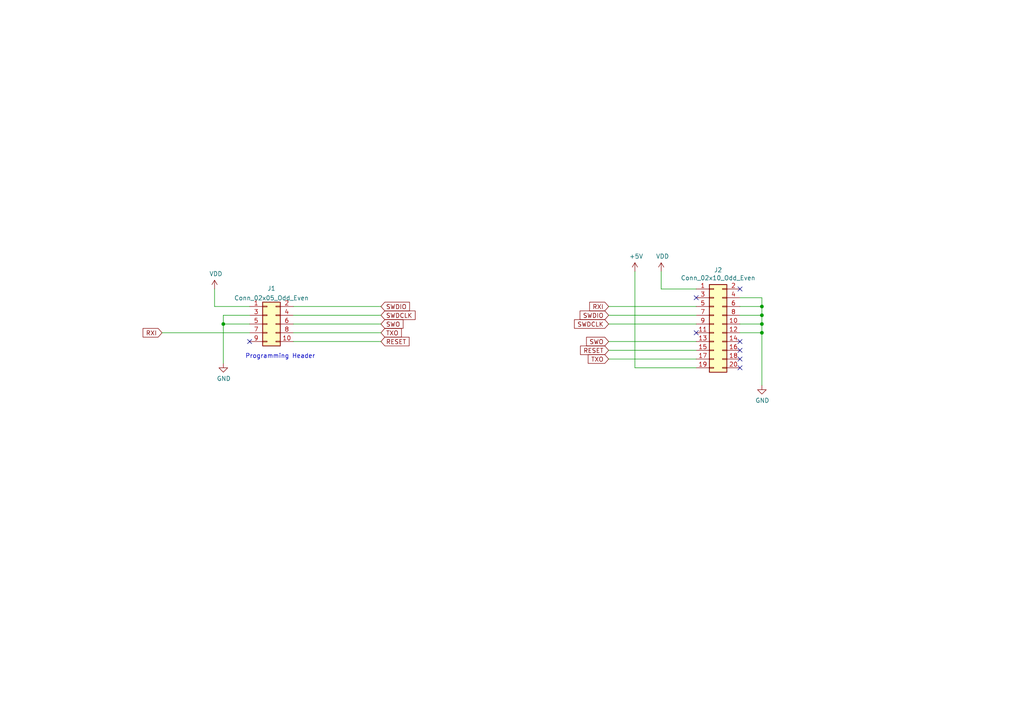
<source format=kicad_sch>
(kicad_sch (version 20230121) (generator eeschema)
  (paper "A4")
  (lib_symbols
    (symbol "Connector_Generic:Conn_02x05_Odd_Even" (pin_names (offset 1.016) hide)
      (property "Reference" "J" (at 1.27 7.62 0))
      (property "Value" "Conn_02x05_Odd_Even" (at 1.27 -7.62 0))
      (symbol "Conn_02x05_Odd_Even_1_1"
        (rectangle (start -1.27 -4.953) (end 0 -5.207) (stroke (width 0.1524)))
        (rectangle (start -1.27 -2.413) (end 0 -2.667) (stroke (width 0.1524)))
        (rectangle (start -1.27 0.127) (end 0 -0.127) (stroke (width 0.1524)))
        (rectangle (start -1.27 2.667) (end 0 2.413) (stroke (width 0.1524)))
        (rectangle (start -1.27 5.207) (end 0 4.953) (stroke (width 0.1524)))
        (rectangle (start -1.27 6.35) (end 3.81 -6.35) (stroke (width 0.254)) (fill (type background)))
        (rectangle (start 3.81 -4.953) (end 2.54 -5.207) (stroke (width 0.1524)))
        (rectangle (start 3.81 -2.413) (end 2.54 -2.667) (stroke (width 0.1524)))
        (rectangle (start 3.81 0.127) (end 2.54 -0.127) (stroke (width 0.1524)))
        (rectangle (start 3.81 2.667) (end 2.54 2.413) (stroke (width 0.1524)))
        (rectangle (start 3.81 5.207) (end 2.54 4.953) (stroke (width 0.1524)))
        (pin passive line (at -5.08 5.08 0) (length 3.81) (name "Pin_1") (number "1"))
        (pin passive line (at 7.62 -5.08 180) (length 3.81) (name "Pin_10") (number "10"))
        (pin passive line (at 7.62 5.08 180) (length 3.81) (name "Pin_2") (number "2"))
        (pin passive line (at -5.08 2.54 0) (length 3.81) (name "Pin_3") (number "3"))
        (pin passive line (at 7.62 2.54 180) (length 3.81) (name "Pin_4") (number "4"))
        (pin passive line (at -5.08 0 0) (length 3.81) (name "Pin_5") (number "5"))
        (pin passive line (at 7.62 0 180) (length 3.81) (name "Pin_6") (number "6"))
        (pin passive line (at -5.08 -2.54 0) (length 3.81) (name "Pin_7") (number "7"))
        (pin passive line (at 7.62 -2.54 180) (length 3.81) (name "Pin_8") (number "8"))
        (pin passive line (at -5.08 -5.08 0) (length 3.81) (name "Pin_9") (number "9"))
      )
    )
    (symbol "Connector_Generic:Conn_02x10_Odd_Even" (pin_names (offset 1.016) hide)
      (property "Reference" "J" (at 1.27 12.7 0))
      (property "Value" "Conn_02x10_Odd_Even" (at 1.27 -15.24 0))
      (symbol "Conn_02x10_Odd_Even_1_1"
        (rectangle (start -1.27 -12.573) (end 0 -12.827) (stroke (width 0.1524)))
        (rectangle (start -1.27 -10.033) (end 0 -10.287) (stroke (width 0.1524)))
        (rectangle (start -1.27 -7.493) (end 0 -7.747) (stroke (width 0.1524)))
        (rectangle (start -1.27 -4.953) (end 0 -5.207) (stroke (width 0.1524)))
        (rectangle (start -1.27 -2.413) (end 0 -2.667) (stroke (width 0.1524)))
        (rectangle (start -1.27 0.127) (end 0 -0.127) (stroke (width 0.1524)))
        (rectangle (start -1.27 2.667) (end 0 2.413) (stroke (width 0.1524)))
        (rectangle (start -1.27 5.207) (end 0 4.953) (stroke (width 0.1524)))
        (rectangle (start -1.27 7.747) (end 0 7.493) (stroke (width 0.1524)))
        (rectangle (start -1.27 10.287) (end 0 10.033) (stroke (width 0.1524)))
        (rectangle (start -1.27 11.43) (end 3.81 -13.97) (stroke (width 0.254)) (fill (type background)))
        (rectangle (start 3.81 -12.573) (end 2.54 -12.827) (stroke (width 0.1524)))
        (rectangle (start 3.81 -10.033) (end 2.54 -10.287) (stroke (width 0.1524)))
        (rectangle (start 3.81 -7.493) (end 2.54 -7.747) (stroke (width 0.1524)))
        (rectangle (start 3.81 -4.953) (end 2.54 -5.207) (stroke (width 0.1524)))
        (rectangle (start 3.81 -2.413) (end 2.54 -2.667) (stroke (width 0.1524)))
        (rectangle (start 3.81 0.127) (end 2.54 -0.127) (stroke (width 0.1524)))
        (rectangle (start 3.81 2.667) (end 2.54 2.413) (stroke (width 0.1524)))
        (rectangle (start 3.81 5.207) (end 2.54 4.953) (stroke (width 0.1524)))
        (rectangle (start 3.81 7.747) (end 2.54 7.493) (stroke (width 0.1524)))
        (rectangle (start 3.81 10.287) (end 2.54 10.033) (stroke (width 0.1524)))
        (pin passive line (at -5.08 10.16 0) (length 3.81) (name "Pin_1") (number "1"))
        (pin passive line (at 7.62 0 180) (length 3.81) (name "Pin_10") (number "10"))
        (pin passive line (at -5.08 -2.54 0) (length 3.81) (name "Pin_11") (number "11"))
        (pin passive line (at 7.62 -2.54 180) (length 3.81) (name "Pin_12") (number "12"))
        (pin passive line (at -5.08 -5.08 0) (length 3.81) (name "Pin_13") (number "13"))
        (pin passive line (at 7.62 -5.08 180) (length 3.81) (name "Pin_14") (number "14"))
        (pin passive line (at -5.08 -7.62 0) (length 3.81) (name "Pin_15") (number "15"))
        (pin passive line (at 7.62 -7.62 180) (length 3.81) (name "Pin_16") (number "16"))
        (pin passive line (at -5.08 -10.16 0) (length 3.81) (name "Pin_17") (number "17"))
        (pin passive line (at 7.62 -10.16 180) (length 3.81) (name "Pin_18") (number "18"))
        (pin passive line (at -5.08 -12.7 0) (length 3.81) (name "Pin_19") (number "19"))
        (pin passive line (at 7.62 10.16 180) (length 3.81) (name "Pin_2") (number "2"))
        (pin passive line (at 7.62 -12.7 180) (length 3.81) (name "Pin_20") (number "20"))
        (pin passive line (at -5.08 7.62 0) (length 3.81) (name "Pin_3") (number "3"))
        (pin passive line (at 7.62 7.62 180) (length 3.81) (name "Pin_4") (number "4"))
        (pin passive line (at -5.08 5.08 0) (length 3.81) (name "Pin_5") (number "5"))
        (pin passive line (at 7.62 5.08 180) (length 3.81) (name "Pin_6") (number "6"))
        (pin passive line (at -5.08 2.54 0) (length 3.81) (name "Pin_7") (number "7"))
        (pin passive line (at 7.62 2.54 180) (length 3.81) (name "Pin_8") (number "8"))
        (pin passive line (at -5.08 0 0) (length 3.81) (name "Pin_9") (number "9"))
      )
    )
    (symbol "power:+5V" (power) (pin_names (offset 0))
      (property "Value" "+5V" (at 0 3.556 0))
      (symbol "+5V_0_1"
        (polyline (pts (xy -0.762 1.27) (xy 0 2.54)))
        (polyline (pts (xy 0 0) (xy 0 2.54)))
        (polyline (pts (xy 0 2.54) (xy 0.762 1.27)))
      )
      (symbol "+5V_1_1"
        (pin power_in line (at 0 0 90) (length 0) hide (name "+5V") (number "1"))
      )
    )
    (symbol "power:GND" (power) (pin_names (offset 0))
      (property "Value" "GND" (at 0 -3.81 0))
      (symbol "GND_0_1"
        (polyline (pts (xy 0 0) (xy 0 -1.27) (xy 1.27 -1.27) (xy 0 -2.54) (xy -1.27 -1.27) (xy 0 -1.27)))
      )
      (symbol "GND_1_1"
        (pin power_in line (at 0 0 270) (length 0) hide (name "GND") (number "1"))
      )
    )
    (symbol "power:VDD" (power) (pin_names (offset 0))
      (property "Value" "VDD" (at 0 3.81 0))
      (symbol "VDD_0_1"
        (polyline (pts (xy -0.762 1.27) (xy 0 2.54)))
        (polyline (pts (xy 0 0) (xy 0 2.54)))
        (polyline (pts (xy 0 2.54) (xy 0.762 1.27)))
      )
      (symbol "VDD_1_1"
        (pin power_in line (at 0 0 90) (length 0) hide (name "VDD") (number "1"))
      )
    )
  )
  (junction (at 220.98 88.9))
  (junction (at 220.98 93.98))
  (junction (at 64.77 93.98))
  (junction (at 220.98 91.44))
  (junction (at 220.98 96.52))
  (no_connect (at 214.63 101.6))
  (no_connect (at 214.63 83.82))
  (no_connect (at 214.63 104.14))
  (no_connect (at 72.39 99.06))
  (no_connect (at 214.63 99.06))
  (no_connect (at 214.63 106.68))
  (no_connect (at 201.93 86.36))
  (no_connect (at 201.93 96.52))
  (wire (pts (xy 72.39 91.44) (xy 64.77 91.44)))
  (wire (pts (xy 201.93 83.82) (xy 191.77 83.82)))
  (wire (pts (xy 201.93 99.06) (xy 176.53 99.06)))
  (wire (pts (xy 201.93 101.6) (xy 176.53 101.6)))
  (wire (pts (xy 85.09 91.44) (xy 110.49 91.44)))
  (wire (pts (xy 220.98 96.52) (xy 220.98 111.76)))
  (wire (pts (xy 184.15 106.68) (xy 184.15 78.74)))
  (wire (pts (xy 191.77 83.82) (xy 191.77 78.74)))
  (wire (pts (xy 85.09 96.52) (xy 110.49 96.52)))
  (wire (pts (xy 62.23 88.9) (xy 62.23 83.82)))
  (wire (pts (xy 201.93 93.98) (xy 176.53 93.98)))
  (wire (pts (xy 214.63 86.36) (xy 220.98 86.36)))
  (wire (pts (xy 201.93 106.68) (xy 184.15 106.68)))
  (wire (pts (xy 220.98 86.36) (xy 220.98 88.9)))
  (wire (pts (xy 64.77 93.98) (xy 72.39 93.98)))
  (wire (pts (xy 214.63 91.44) (xy 220.98 91.44)))
  (wire (pts (xy 64.77 91.44) (xy 64.77 93.98)))
  (wire (pts (xy 201.93 104.14) (xy 176.53 104.14)))
  (wire (pts (xy 220.98 91.44) (xy 220.98 93.98)))
  (wire (pts (xy 85.09 99.06) (xy 110.49 99.06)))
  (wire (pts (xy 214.63 96.52) (xy 220.98 96.52)))
  (wire (pts (xy 72.39 96.52) (xy 46.99 96.52)))
  (wire (pts (xy 220.98 88.9) (xy 220.98 91.44)))
  (wire (pts (xy 214.63 88.9) (xy 220.98 88.9)))
  (wire (pts (xy 201.93 88.9) (xy 176.53 88.9)))
  (wire (pts (xy 220.98 93.98) (xy 220.98 96.52)))
  (wire (pts (xy 201.93 91.44) (xy 176.53 91.44)))
  (wire (pts (xy 85.09 88.9) (xy 110.49 88.9)))
  (wire (pts (xy 72.39 88.9) (xy 62.23 88.9)))
  (wire (pts (xy 214.63 93.98) (xy 220.98 93.98)))
  (wire (pts (xy 64.77 93.98) (xy 64.77 105.41)))
  (wire (pts (xy 85.09 93.98) (xy 110.49 93.98)))
  (text "Programming Header" (at 71.12 104.14 0) (effects (font (size 1.27 1.27)) (justify left bottom)))
  (global_label "TXO" (shape input) (at 176.53 104.14 180) (property "Intersheetrefs" "${INTERSHEET_REFS}" (effects hide)))
  (global_label "SWO" (shape input) (at 176.53 99.06 180) (property "Intersheetrefs" "${INTERSHEET_REFS}" (effects hide)))
  (global_label "RXI" (shape input) (at 46.99 96.52 180) (property "Intersheetrefs" "${INTERSHEET_REFS}" (effects hide)))
  (global_label "RXI" (shape input) (at 176.53 88.9 180) (property "Intersheetrefs" "${INTERSHEET_REFS}" (effects hide)))
  (global_label "SWDIO" (shape input) (at 110.49 88.9 0) (property "Intersheetrefs" "${INTERSHEET_REFS}" (effects hide)))
  (global_label "SWDIO" (shape input) (at 176.53 91.44 180) (property "Intersheetrefs" "${INTERSHEET_REFS}" (effects hide)))
  (global_label "RESET" (shape input) (at 176.53 101.6 180) (property "Intersheetrefs" "${INTERSHEET_REFS}" (effects hide)))
  (global_label "TXO" (shape input) (at 110.49 96.52 0) (property "Intersheetrefs" "${INTERSHEET_REFS}" (effects hide)))
  (global_label "RESET" (shape input) (at 110.49 99.06 0) (property "Intersheetrefs" "${INTERSHEET_REFS}" (effects hide)))
  (global_label "SWDCLK" (shape input) (at 176.53 93.98 180) (property "Intersheetrefs" "${INTERSHEET_REFS}" (effects hide)))
  (global_label "SWO" (shape input) (at 110.49 93.98 0) (property "Intersheetrefs" "${INTERSHEET_REFS}" (effects hide)))
  (global_label "SWDCLK" (shape input) (at 110.49 91.44 0) (property "Intersheetrefs" "${INTERSHEET_REFS}" (effects hide)))
  (symbol (lib_id "Connector_Generic:Conn_02x05_Odd_Even") (at 77.47 93.98 0) (unit 1)
    (property "Reference" "J1" (at 78.74 83.6635 0))
    (property "Value" "Conn_02x05_Odd_Even" (at 78.74 86.4386 0))
    (property "Footprint" "Connector_PinHeader_1.27mm:PinHeader_2x05_P1.27mm_Vertical_SMD" (effects hide))
    (property "LCSC Part Number" "C2962219" (effects hide))
    (property "Manufacturer" "XKB Connectivity" (effects hide))
    (property "Manufacturer Part Number" "X1270WVS-2x05B-6TV01" (effects hide))
    (property "Generic OK" "YES" (effects hide))
  )
  (symbol (lib_id "Connector_Generic:Conn_02x10_Odd_Even") (at 207.01 93.98 0) (unit 1)
    (property "Reference" "J2" (at 208.28 78.3082 0))
    (property "Value" "Conn_02x10_Odd_Even" (at 208.28 80.6196 0))
    (property "Footprint" "Connector_PinSocket_2.54mm:PinSocket_2x10_P2.54mm_Horizontal" (effects hide))
    (property "Manufacturer" "DEALON" (effects hide))
    (property "LCSC Part Number" "C2936006" (effects hide))
    (property "Manufacturer Part Number" "DW254W-22-20-85" (effects hide))
  )
  (symbol (lib_id "power:VDD") (at 62.23 83.82 0) (unit 1)
    (property "Reference" "#PWR01" (effects hide))
    (property "Value" "VDD" (at 62.611 79.4258 0))
  )
  (symbol (lib_id "power:GND") (at 64.77 105.41 0) (unit 1)
    (property "Reference" "#PWR02" (effects hide))
    (property "Value" "GND" (at 64.897 109.8042 0))
  )
  (symbol (lib_id "power:+5V") (at 184.15 78.74 0) (unit 1)
    (property "Reference" "#PWR03" (effects hide))
    (property "Value" "+5V" (at 184.531 74.3458 0))
  )
  (symbol (lib_id "power:GND") (at 220.98 111.76 0) (unit 1)
    (property "Reference" "#PWR05" (effects hide))
    (property "Value" "GND" (at 221.107 116.1542 0))
  )
  (symbol (lib_id "power:VDD") (at 191.77 78.74 0) (unit 1)
    (property "Reference" "#PWR04" (effects hide))
    (property "Value" "VDD" (at 192.151 74.3458 0))
  )
)
</source>
